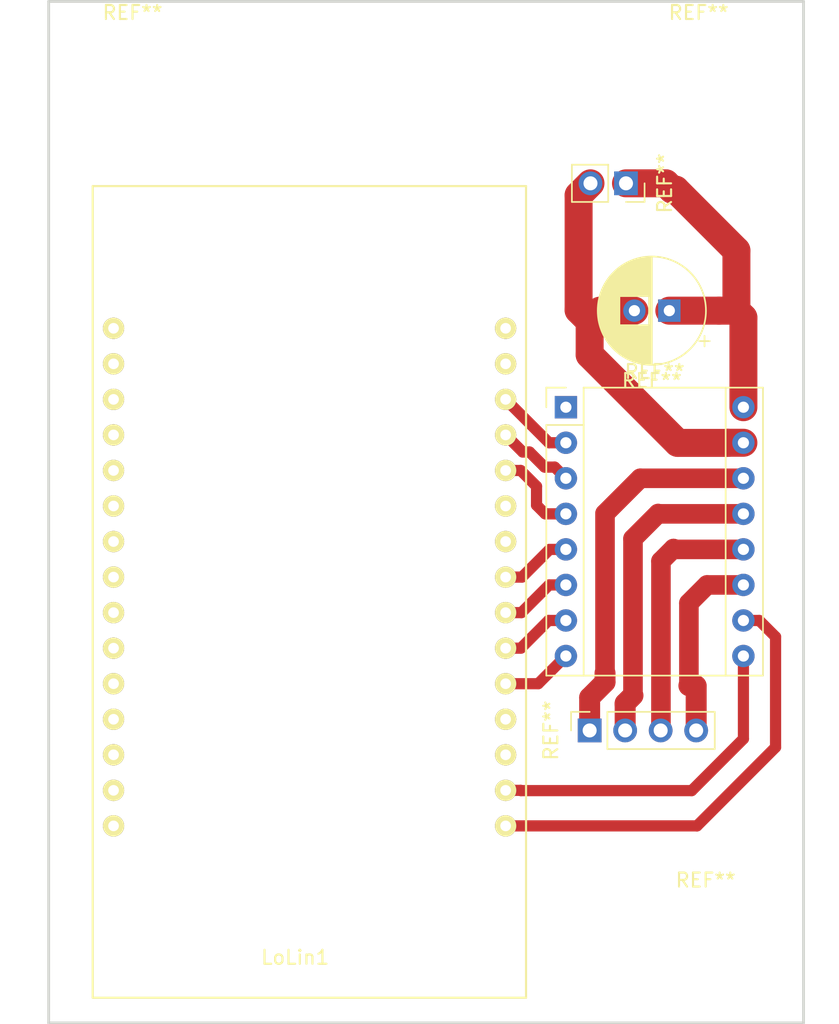
<source format=kicad_pcb>
(kicad_pcb (version 20171130) (host pcbnew "(5.0.2)-1")

  (general
    (thickness 1.6)
    (drawings 4)
    (tracks 75)
    (zones 0)
    (modules 8)
    (nets 1)
  )

  (page A4)
  (layers
    (0 F.Cu signal)
    (31 B.Cu signal hide)
    (32 B.Adhes user hide)
    (33 F.Adhes user hide)
    (34 B.Paste user hide)
    (35 F.Paste user hide)
    (36 B.SilkS user)
    (37 F.SilkS user)
    (38 B.Mask user)
    (39 F.Mask user)
    (40 Dwgs.User user)
    (41 Cmts.User user)
    (42 Eco1.User user)
    (43 Eco2.User user)
    (44 Edge.Cuts user)
    (45 Margin user)
    (46 B.CrtYd user)
    (47 F.CrtYd user)
    (48 B.Fab user)
    (49 F.Fab user)
  )

  (setup
    (last_trace_width 1.5)
    (trace_clearance 1)
    (zone_clearance 0.508)
    (zone_45_only no)
    (trace_min 0.2)
    (segment_width 0.2)
    (edge_width 0.2)
    (via_size 0.8)
    (via_drill 0.4)
    (via_min_size 0.4)
    (via_min_drill 0.3)
    (uvia_size 0.3)
    (uvia_drill 0.1)
    (uvias_allowed no)
    (uvia_min_size 0.2)
    (uvia_min_drill 0.1)
    (pcb_text_width 0.3)
    (pcb_text_size 1.5 1.5)
    (mod_edge_width 0.15)
    (mod_text_size 1 1)
    (mod_text_width 0.15)
    (pad_size 1.524 1.524)
    (pad_drill 0.762)
    (pad_to_mask_clearance 0.051)
    (solder_mask_min_width 0.25)
    (aux_axis_origin 0 0)
    (visible_elements 7FFFFFFF)
    (pcbplotparams
      (layerselection 0x010fc_ffffffff)
      (usegerberextensions false)
      (usegerberattributes false)
      (usegerberadvancedattributes false)
      (creategerberjobfile false)
      (excludeedgelayer true)
      (linewidth 0.100000)
      (plotframeref false)
      (viasonmask false)
      (mode 1)
      (useauxorigin false)
      (hpglpennumber 1)
      (hpglpenspeed 20)
      (hpglpendiameter 15.000000)
      (psnegative false)
      (psa4output false)
      (plotreference true)
      (plotvalue true)
      (plotinvisibletext false)
      (padsonsilk false)
      (subtractmaskfromsilk false)
      (outputformat 1)
      (mirror false)
      (drillshape 1)
      (scaleselection 1)
      (outputdirectory "./"))
  )

  (net 0 "")

  (net_class Default "Это класс цепей по умолчанию."
    (clearance 1)
    (trace_width 1.5)
    (via_dia 0.8)
    (via_drill 0.4)
    (uvia_dia 0.3)
    (uvia_drill 0.1)
  )

  (module Module:Pololu_Breakout-16_15.2x20.3mm (layer F.Cu) (tedit 58AB602C) (tstamp 5C9D459A)
    (at 143 68)
    (descr "Pololu Breakout 16-pin 15.2x20.3mm 0.6x0.8\\")
    (tags "Pololu Breakout")
    (fp_text reference REF** (at 6.35 -2.54) (layer F.SilkS)
      (effects (font (size 1 1) (thickness 0.15)))
    )
    (fp_text value Pololu_Breakout-16_15.2x20.3mm (at 6.35 20.17) (layer F.Fab)
      (effects (font (size 1 1) (thickness 0.15)))
    )
    (fp_line (start 14.21 19.3) (end -1.53 19.3) (layer F.CrtYd) (width 0.05))
    (fp_line (start 14.21 19.3) (end 14.21 -1.52) (layer F.CrtYd) (width 0.05))
    (fp_line (start -1.53 -1.52) (end -1.53 19.3) (layer F.CrtYd) (width 0.05))
    (fp_line (start -1.53 -1.52) (end 14.21 -1.52) (layer F.CrtYd) (width 0.05))
    (fp_line (start -1.27 19.05) (end -1.27 0) (layer F.Fab) (width 0.1))
    (fp_line (start 13.97 19.05) (end -1.27 19.05) (layer F.Fab) (width 0.1))
    (fp_line (start 13.97 -1.27) (end 13.97 19.05) (layer F.Fab) (width 0.1))
    (fp_line (start 0 -1.27) (end 13.97 -1.27) (layer F.Fab) (width 0.1))
    (fp_line (start -1.27 0) (end 0 -1.27) (layer F.Fab) (width 0.1))
    (fp_line (start 14.1 -1.4) (end 1.27 -1.4) (layer F.SilkS) (width 0.12))
    (fp_line (start 14.1 19.18) (end 14.1 -1.4) (layer F.SilkS) (width 0.12))
    (fp_line (start -1.4 19.18) (end 14.1 19.18) (layer F.SilkS) (width 0.12))
    (fp_line (start -1.4 1.27) (end -1.4 19.18) (layer F.SilkS) (width 0.12))
    (fp_line (start 1.27 1.27) (end -1.4 1.27) (layer F.SilkS) (width 0.12))
    (fp_line (start 1.27 -1.4) (end 1.27 1.27) (layer F.SilkS) (width 0.12))
    (fp_line (start -1.4 -1.4) (end -1.4 0) (layer F.SilkS) (width 0.12))
    (fp_line (start 0 -1.4) (end -1.4 -1.4) (layer F.SilkS) (width 0.12))
    (fp_line (start 1.27 1.27) (end 1.27 19.18) (layer F.SilkS) (width 0.12))
    (fp_line (start 11.43 -1.4) (end 11.43 19.18) (layer F.SilkS) (width 0.12))
    (fp_text user %R (at 6.35 0) (layer F.Fab)
      (effects (font (size 1 1) (thickness 0.15)))
    )
    (pad 16 thru_hole oval (at 12.7 0) (size 1.6 1.6) (drill 0.8) (layers *.Cu *.Mask))
    (pad 8 thru_hole oval (at 0 17.78) (size 1.6 1.6) (drill 0.8) (layers *.Cu *.Mask))
    (pad 15 thru_hole oval (at 12.7 2.54) (size 1.6 1.6) (drill 0.8) (layers *.Cu *.Mask))
    (pad 7 thru_hole oval (at 0 15.24) (size 1.6 1.6) (drill 0.8) (layers *.Cu *.Mask))
    (pad 14 thru_hole oval (at 12.7 5.08) (size 1.6 1.6) (drill 0.8) (layers *.Cu *.Mask))
    (pad 6 thru_hole oval (at 0 12.7) (size 1.6 1.6) (drill 0.8) (layers *.Cu *.Mask))
    (pad 13 thru_hole oval (at 12.7 7.62) (size 1.6 1.6) (drill 0.8) (layers *.Cu *.Mask))
    (pad 5 thru_hole oval (at 0 10.16) (size 1.6 1.6) (drill 0.8) (layers *.Cu *.Mask))
    (pad 12 thru_hole oval (at 12.7 10.16) (size 1.6 1.6) (drill 0.8) (layers *.Cu *.Mask))
    (pad 4 thru_hole oval (at 0 7.62) (size 1.6 1.6) (drill 0.8) (layers *.Cu *.Mask))
    (pad 11 thru_hole oval (at 12.7 12.7) (size 1.6 1.6) (drill 0.8) (layers *.Cu *.Mask))
    (pad 3 thru_hole oval (at 0 5.08) (size 1.6 1.6) (drill 0.8) (layers *.Cu *.Mask))
    (pad 10 thru_hole oval (at 12.7 15.24) (size 1.6 1.6) (drill 0.8) (layers *.Cu *.Mask))
    (pad 2 thru_hole oval (at 0 2.54) (size 1.6 1.6) (drill 0.8) (layers *.Cu *.Mask))
    (pad 9 thru_hole oval (at 12.7 17.78) (size 1.6 1.6) (drill 0.8) (layers *.Cu *.Mask))
    (pad 1 thru_hole rect (at 0 0) (size 1.6 1.6) (drill 0.8) (layers *.Cu *.Mask))
    (model ${KISYS3DMOD}/Module.3dshapes/Pololu_Breakout-16_15.2x20.3mm.wrl
      (at (xyz 0 0 0))
      (scale (xyz 1 1 1))
      (rotate (xyz 0 0 0))
    )
  )

  (module LoLin:LoLin (layer F.Cu) (tedit 573629A2) (tstamp 5C9D445F)
    (at 108.9 52.2)
    (fp_text reference LoLin1 (at 14.732 55.118) (layer F.SilkS)
      (effects (font (size 1 1) (thickness 0.15)))
    )
    (fp_text value LoLin_V3 (at 15.24 7.62) (layer F.Fab)
      (effects (font (size 1 1) (thickness 0.15)))
    )
    (fp_line (start 0.25 0) (end 31.25 0) (layer F.SilkS) (width 0.15))
    (fp_line (start 31.25 0) (end 31.25 58) (layer F.SilkS) (width 0.15))
    (fp_line (start 31.25 58) (end 0.25 58) (layer F.SilkS) (width 0.15))
    (fp_line (start 0.25 58) (end 0.25 0) (layer F.SilkS) (width 0.15))
    (pad 30 thru_hole circle (at 29.79 10.16) (size 1.524 1.524) (drill 0.762) (layers *.Cu *.Mask F.SilkS))
    (pad 29 thru_hole circle (at 29.79 12.7) (size 1.524 1.524) (drill 0.762) (layers *.Cu *.Mask F.SilkS))
    (pad 28 thru_hole circle (at 29.79 15.24) (size 1.524 1.524) (drill 0.762) (layers *.Cu *.Mask F.SilkS))
    (pad 27 thru_hole circle (at 29.79 17.78) (size 1.524 1.524) (drill 0.762) (layers *.Cu *.Mask F.SilkS))
    (pad 26 thru_hole circle (at 29.79 20.32) (size 1.524 1.524) (drill 0.762) (layers *.Cu *.Mask F.SilkS))
    (pad 25 thru_hole circle (at 29.79 22.86) (size 1.524 1.524) (drill 0.762) (layers *.Cu *.Mask F.SilkS))
    (pad 24 thru_hole circle (at 29.79 25.4) (size 1.524 1.524) (drill 0.762) (layers *.Cu *.Mask F.SilkS))
    (pad 23 thru_hole circle (at 29.79 27.94) (size 1.524 1.524) (drill 0.762) (layers *.Cu *.Mask F.SilkS))
    (pad 22 thru_hole circle (at 29.79 30.48) (size 1.524 1.524) (drill 0.762) (layers *.Cu *.Mask F.SilkS))
    (pad 21 thru_hole circle (at 29.79 33.02) (size 1.524 1.524) (drill 0.762) (layers *.Cu *.Mask F.SilkS))
    (pad 20 thru_hole circle (at 29.79 35.56) (size 1.524 1.524) (drill 0.762) (layers *.Cu *.Mask F.SilkS))
    (pad 19 thru_hole circle (at 29.79 38.1) (size 1.524 1.524) (drill 0.762) (layers *.Cu *.Mask F.SilkS))
    (pad 18 thru_hole circle (at 29.79 40.64) (size 1.524 1.524) (drill 0.762) (layers *.Cu *.Mask F.SilkS))
    (pad 17 thru_hole circle (at 29.79 43.18) (size 1.524 1.524) (drill 0.762) (layers *.Cu *.Mask F.SilkS))
    (pad 16 thru_hole circle (at 29.79 45.72) (size 1.524 1.524) (drill 0.762) (layers *.Cu *.Mask F.SilkS))
    (pad 15 thru_hole circle (at 1.74 45.72) (size 1.524 1.524) (drill 0.762) (layers *.Cu *.Mask F.SilkS))
    (pad 14 thru_hole circle (at 1.74 43.18) (size 1.524 1.524) (drill 0.762) (layers *.Cu *.Mask F.SilkS))
    (pad 13 thru_hole circle (at 1.74 40.64) (size 1.524 1.524) (drill 0.762) (layers *.Cu *.Mask F.SilkS))
    (pad 12 thru_hole circle (at 1.74 38.1) (size 1.524 1.524) (drill 0.762) (layers *.Cu *.Mask F.SilkS))
    (pad 11 thru_hole circle (at 1.74 35.56) (size 1.524 1.524) (drill 0.762) (layers *.Cu *.Mask F.SilkS))
    (pad 10 thru_hole circle (at 1.74 33.02) (size 1.524 1.524) (drill 0.762) (layers *.Cu *.Mask F.SilkS))
    (pad 9 thru_hole circle (at 1.74 30.48) (size 1.524 1.524) (drill 0.762) (layers *.Cu *.Mask F.SilkS))
    (pad 8 thru_hole circle (at 1.74 27.94) (size 1.524 1.524) (drill 0.762) (layers *.Cu *.Mask F.SilkS))
    (pad 7 thru_hole circle (at 1.74 25.4) (size 1.524 1.524) (drill 0.762) (layers *.Cu *.Mask F.SilkS))
    (pad 6 thru_hole circle (at 1.74 22.86) (size 1.524 1.524) (drill 0.762) (layers *.Cu *.Mask F.SilkS))
    (pad 5 thru_hole circle (at 1.74 20.32) (size 1.524 1.524) (drill 0.762) (layers *.Cu *.Mask F.SilkS))
    (pad 4 thru_hole circle (at 1.74 17.78) (size 1.524 1.524) (drill 0.762) (layers *.Cu *.Mask F.SilkS))
    (pad 3 thru_hole circle (at 1.74 15.24) (size 1.524 1.524) (drill 0.762) (layers *.Cu *.Mask F.SilkS))
    (pad 2 thru_hole circle (at 1.74 12.7) (size 1.524 1.524) (drill 0.762) (layers *.Cu *.Mask F.SilkS))
    (pad 1 thru_hole circle (at 1.74 10.16) (size 1.524 1.524) (drill 0.762) (layers *.Cu *.Mask F.SilkS))
  )

  (module Capacitor_THT:CP_Radial_D7.5mm_P2.50mm (layer F.Cu) (tedit 5AE50EF0) (tstamp 5CA29A45)
    (at 150.4 61.1 180)
    (descr "CP, Radial series, Radial, pin pitch=2.50mm, , diameter=7.5mm, Electrolytic Capacitor")
    (tags "CP Radial series Radial pin pitch 2.50mm  diameter 7.5mm Electrolytic Capacitor")
    (fp_text reference REF** (at 1.25 -5 180) (layer F.SilkS)
      (effects (font (size 1 1) (thickness 0.15)))
    )
    (fp_text value CP_Radial_D7.5mm_P2.50mm (at 1.25 5 180) (layer F.Fab)
      (effects (font (size 1 1) (thickness 0.15)))
    )
    (fp_text user %R (at 1.25 0 180) (layer F.Fab)
      (effects (font (size 1 1) (thickness 0.15)))
    )
    (fp_line (start -2.517211 -2.55) (end -2.517211 -1.8) (layer F.SilkS) (width 0.12))
    (fp_line (start -2.892211 -2.175) (end -2.142211 -2.175) (layer F.SilkS) (width 0.12))
    (fp_line (start 5.091 -0.441) (end 5.091 0.441) (layer F.SilkS) (width 0.12))
    (fp_line (start 5.051 -0.693) (end 5.051 0.693) (layer F.SilkS) (width 0.12))
    (fp_line (start 5.011 -0.877) (end 5.011 0.877) (layer F.SilkS) (width 0.12))
    (fp_line (start 4.971 -1.028) (end 4.971 1.028) (layer F.SilkS) (width 0.12))
    (fp_line (start 4.931 -1.158) (end 4.931 1.158) (layer F.SilkS) (width 0.12))
    (fp_line (start 4.891 -1.275) (end 4.891 1.275) (layer F.SilkS) (width 0.12))
    (fp_line (start 4.851 -1.381) (end 4.851 1.381) (layer F.SilkS) (width 0.12))
    (fp_line (start 4.811 -1.478) (end 4.811 1.478) (layer F.SilkS) (width 0.12))
    (fp_line (start 4.771 -1.569) (end 4.771 1.569) (layer F.SilkS) (width 0.12))
    (fp_line (start 4.731 -1.654) (end 4.731 1.654) (layer F.SilkS) (width 0.12))
    (fp_line (start 4.691 -1.733) (end 4.691 1.733) (layer F.SilkS) (width 0.12))
    (fp_line (start 4.651 -1.809) (end 4.651 1.809) (layer F.SilkS) (width 0.12))
    (fp_line (start 4.611 -1.881) (end 4.611 1.881) (layer F.SilkS) (width 0.12))
    (fp_line (start 4.571 -1.949) (end 4.571 1.949) (layer F.SilkS) (width 0.12))
    (fp_line (start 4.531 -2.014) (end 4.531 2.014) (layer F.SilkS) (width 0.12))
    (fp_line (start 4.491 -2.077) (end 4.491 2.077) (layer F.SilkS) (width 0.12))
    (fp_line (start 4.451 -2.137) (end 4.451 2.137) (layer F.SilkS) (width 0.12))
    (fp_line (start 4.411 -2.195) (end 4.411 2.195) (layer F.SilkS) (width 0.12))
    (fp_line (start 4.371 -2.25) (end 4.371 2.25) (layer F.SilkS) (width 0.12))
    (fp_line (start 4.331 -2.304) (end 4.331 2.304) (layer F.SilkS) (width 0.12))
    (fp_line (start 4.291 -2.355) (end 4.291 2.355) (layer F.SilkS) (width 0.12))
    (fp_line (start 4.251 -2.405) (end 4.251 2.405) (layer F.SilkS) (width 0.12))
    (fp_line (start 4.211 -2.454) (end 4.211 2.454) (layer F.SilkS) (width 0.12))
    (fp_line (start 4.171 -2.5) (end 4.171 2.5) (layer F.SilkS) (width 0.12))
    (fp_line (start 4.131 -2.546) (end 4.131 2.546) (layer F.SilkS) (width 0.12))
    (fp_line (start 4.091 -2.589) (end 4.091 2.589) (layer F.SilkS) (width 0.12))
    (fp_line (start 4.051 -2.632) (end 4.051 2.632) (layer F.SilkS) (width 0.12))
    (fp_line (start 4.011 -2.673) (end 4.011 2.673) (layer F.SilkS) (width 0.12))
    (fp_line (start 3.971 -2.713) (end 3.971 2.713) (layer F.SilkS) (width 0.12))
    (fp_line (start 3.931 -2.752) (end 3.931 2.752) (layer F.SilkS) (width 0.12))
    (fp_line (start 3.891 -2.79) (end 3.891 2.79) (layer F.SilkS) (width 0.12))
    (fp_line (start 3.851 -2.827) (end 3.851 2.827) (layer F.SilkS) (width 0.12))
    (fp_line (start 3.811 -2.863) (end 3.811 2.863) (layer F.SilkS) (width 0.12))
    (fp_line (start 3.771 -2.898) (end 3.771 2.898) (layer F.SilkS) (width 0.12))
    (fp_line (start 3.731 -2.931) (end 3.731 2.931) (layer F.SilkS) (width 0.12))
    (fp_line (start 3.691 -2.964) (end 3.691 2.964) (layer F.SilkS) (width 0.12))
    (fp_line (start 3.651 -2.996) (end 3.651 2.996) (layer F.SilkS) (width 0.12))
    (fp_line (start 3.611 -3.028) (end 3.611 3.028) (layer F.SilkS) (width 0.12))
    (fp_line (start 3.571 -3.058) (end 3.571 3.058) (layer F.SilkS) (width 0.12))
    (fp_line (start 3.531 1.04) (end 3.531 3.088) (layer F.SilkS) (width 0.12))
    (fp_line (start 3.531 -3.088) (end 3.531 -1.04) (layer F.SilkS) (width 0.12))
    (fp_line (start 3.491 1.04) (end 3.491 3.116) (layer F.SilkS) (width 0.12))
    (fp_line (start 3.491 -3.116) (end 3.491 -1.04) (layer F.SilkS) (width 0.12))
    (fp_line (start 3.451 1.04) (end 3.451 3.144) (layer F.SilkS) (width 0.12))
    (fp_line (start 3.451 -3.144) (end 3.451 -1.04) (layer F.SilkS) (width 0.12))
    (fp_line (start 3.411 1.04) (end 3.411 3.172) (layer F.SilkS) (width 0.12))
    (fp_line (start 3.411 -3.172) (end 3.411 -1.04) (layer F.SilkS) (width 0.12))
    (fp_line (start 3.371 1.04) (end 3.371 3.198) (layer F.SilkS) (width 0.12))
    (fp_line (start 3.371 -3.198) (end 3.371 -1.04) (layer F.SilkS) (width 0.12))
    (fp_line (start 3.331 1.04) (end 3.331 3.224) (layer F.SilkS) (width 0.12))
    (fp_line (start 3.331 -3.224) (end 3.331 -1.04) (layer F.SilkS) (width 0.12))
    (fp_line (start 3.291 1.04) (end 3.291 3.249) (layer F.SilkS) (width 0.12))
    (fp_line (start 3.291 -3.249) (end 3.291 -1.04) (layer F.SilkS) (width 0.12))
    (fp_line (start 3.251 1.04) (end 3.251 3.274) (layer F.SilkS) (width 0.12))
    (fp_line (start 3.251 -3.274) (end 3.251 -1.04) (layer F.SilkS) (width 0.12))
    (fp_line (start 3.211 1.04) (end 3.211 3.297) (layer F.SilkS) (width 0.12))
    (fp_line (start 3.211 -3.297) (end 3.211 -1.04) (layer F.SilkS) (width 0.12))
    (fp_line (start 3.171 1.04) (end 3.171 3.321) (layer F.SilkS) (width 0.12))
    (fp_line (start 3.171 -3.321) (end 3.171 -1.04) (layer F.SilkS) (width 0.12))
    (fp_line (start 3.131 1.04) (end 3.131 3.343) (layer F.SilkS) (width 0.12))
    (fp_line (start 3.131 -3.343) (end 3.131 -1.04) (layer F.SilkS) (width 0.12))
    (fp_line (start 3.091 1.04) (end 3.091 3.365) (layer F.SilkS) (width 0.12))
    (fp_line (start 3.091 -3.365) (end 3.091 -1.04) (layer F.SilkS) (width 0.12))
    (fp_line (start 3.051 1.04) (end 3.051 3.386) (layer F.SilkS) (width 0.12))
    (fp_line (start 3.051 -3.386) (end 3.051 -1.04) (layer F.SilkS) (width 0.12))
    (fp_line (start 3.011 1.04) (end 3.011 3.407) (layer F.SilkS) (width 0.12))
    (fp_line (start 3.011 -3.407) (end 3.011 -1.04) (layer F.SilkS) (width 0.12))
    (fp_line (start 2.971 1.04) (end 2.971 3.427) (layer F.SilkS) (width 0.12))
    (fp_line (start 2.971 -3.427) (end 2.971 -1.04) (layer F.SilkS) (width 0.12))
    (fp_line (start 2.931 1.04) (end 2.931 3.447) (layer F.SilkS) (width 0.12))
    (fp_line (start 2.931 -3.447) (end 2.931 -1.04) (layer F.SilkS) (width 0.12))
    (fp_line (start 2.891 1.04) (end 2.891 3.466) (layer F.SilkS) (width 0.12))
    (fp_line (start 2.891 -3.466) (end 2.891 -1.04) (layer F.SilkS) (width 0.12))
    (fp_line (start 2.851 1.04) (end 2.851 3.484) (layer F.SilkS) (width 0.12))
    (fp_line (start 2.851 -3.484) (end 2.851 -1.04) (layer F.SilkS) (width 0.12))
    (fp_line (start 2.811 1.04) (end 2.811 3.502) (layer F.SilkS) (width 0.12))
    (fp_line (start 2.811 -3.502) (end 2.811 -1.04) (layer F.SilkS) (width 0.12))
    (fp_line (start 2.771 1.04) (end 2.771 3.52) (layer F.SilkS) (width 0.12))
    (fp_line (start 2.771 -3.52) (end 2.771 -1.04) (layer F.SilkS) (width 0.12))
    (fp_line (start 2.731 1.04) (end 2.731 3.536) (layer F.SilkS) (width 0.12))
    (fp_line (start 2.731 -3.536) (end 2.731 -1.04) (layer F.SilkS) (width 0.12))
    (fp_line (start 2.691 1.04) (end 2.691 3.553) (layer F.SilkS) (width 0.12))
    (fp_line (start 2.691 -3.553) (end 2.691 -1.04) (layer F.SilkS) (width 0.12))
    (fp_line (start 2.651 1.04) (end 2.651 3.568) (layer F.SilkS) (width 0.12))
    (fp_line (start 2.651 -3.568) (end 2.651 -1.04) (layer F.SilkS) (width 0.12))
    (fp_line (start 2.611 1.04) (end 2.611 3.584) (layer F.SilkS) (width 0.12))
    (fp_line (start 2.611 -3.584) (end 2.611 -1.04) (layer F.SilkS) (width 0.12))
    (fp_line (start 2.571 1.04) (end 2.571 3.598) (layer F.SilkS) (width 0.12))
    (fp_line (start 2.571 -3.598) (end 2.571 -1.04) (layer F.SilkS) (width 0.12))
    (fp_line (start 2.531 1.04) (end 2.531 3.613) (layer F.SilkS) (width 0.12))
    (fp_line (start 2.531 -3.613) (end 2.531 -1.04) (layer F.SilkS) (width 0.12))
    (fp_line (start 2.491 1.04) (end 2.491 3.626) (layer F.SilkS) (width 0.12))
    (fp_line (start 2.491 -3.626) (end 2.491 -1.04) (layer F.SilkS) (width 0.12))
    (fp_line (start 2.451 1.04) (end 2.451 3.64) (layer F.SilkS) (width 0.12))
    (fp_line (start 2.451 -3.64) (end 2.451 -1.04) (layer F.SilkS) (width 0.12))
    (fp_line (start 2.411 1.04) (end 2.411 3.653) (layer F.SilkS) (width 0.12))
    (fp_line (start 2.411 -3.653) (end 2.411 -1.04) (layer F.SilkS) (width 0.12))
    (fp_line (start 2.371 1.04) (end 2.371 3.665) (layer F.SilkS) (width 0.12))
    (fp_line (start 2.371 -3.665) (end 2.371 -1.04) (layer F.SilkS) (width 0.12))
    (fp_line (start 2.331 1.04) (end 2.331 3.677) (layer F.SilkS) (width 0.12))
    (fp_line (start 2.331 -3.677) (end 2.331 -1.04) (layer F.SilkS) (width 0.12))
    (fp_line (start 2.291 1.04) (end 2.291 3.688) (layer F.SilkS) (width 0.12))
    (fp_line (start 2.291 -3.688) (end 2.291 -1.04) (layer F.SilkS) (width 0.12))
    (fp_line (start 2.251 1.04) (end 2.251 3.699) (layer F.SilkS) (width 0.12))
    (fp_line (start 2.251 -3.699) (end 2.251 -1.04) (layer F.SilkS) (width 0.12))
    (fp_line (start 2.211 1.04) (end 2.211 3.71) (layer F.SilkS) (width 0.12))
    (fp_line (start 2.211 -3.71) (end 2.211 -1.04) (layer F.SilkS) (width 0.12))
    (fp_line (start 2.171 1.04) (end 2.171 3.72) (layer F.SilkS) (width 0.12))
    (fp_line (start 2.171 -3.72) (end 2.171 -1.04) (layer F.SilkS) (width 0.12))
    (fp_line (start 2.131 1.04) (end 2.131 3.729) (layer F.SilkS) (width 0.12))
    (fp_line (start 2.131 -3.729) (end 2.131 -1.04) (layer F.SilkS) (width 0.12))
    (fp_line (start 2.091 1.04) (end 2.091 3.738) (layer F.SilkS) (width 0.12))
    (fp_line (start 2.091 -3.738) (end 2.091 -1.04) (layer F.SilkS) (width 0.12))
    (fp_line (start 2.051 1.04) (end 2.051 3.747) (layer F.SilkS) (width 0.12))
    (fp_line (start 2.051 -3.747) (end 2.051 -1.04) (layer F.SilkS) (width 0.12))
    (fp_line (start 2.011 1.04) (end 2.011 3.755) (layer F.SilkS) (width 0.12))
    (fp_line (start 2.011 -3.755) (end 2.011 -1.04) (layer F.SilkS) (width 0.12))
    (fp_line (start 1.971 1.04) (end 1.971 3.763) (layer F.SilkS) (width 0.12))
    (fp_line (start 1.971 -3.763) (end 1.971 -1.04) (layer F.SilkS) (width 0.12))
    (fp_line (start 1.93 1.04) (end 1.93 3.77) (layer F.SilkS) (width 0.12))
    (fp_line (start 1.93 -3.77) (end 1.93 -1.04) (layer F.SilkS) (width 0.12))
    (fp_line (start 1.89 1.04) (end 1.89 3.777) (layer F.SilkS) (width 0.12))
    (fp_line (start 1.89 -3.777) (end 1.89 -1.04) (layer F.SilkS) (width 0.12))
    (fp_line (start 1.85 1.04) (end 1.85 3.784) (layer F.SilkS) (width 0.12))
    (fp_line (start 1.85 -3.784) (end 1.85 -1.04) (layer F.SilkS) (width 0.12))
    (fp_line (start 1.81 1.04) (end 1.81 3.79) (layer F.SilkS) (width 0.12))
    (fp_line (start 1.81 -3.79) (end 1.81 -1.04) (layer F.SilkS) (width 0.12))
    (fp_line (start 1.77 1.04) (end 1.77 3.795) (layer F.SilkS) (width 0.12))
    (fp_line (start 1.77 -3.795) (end 1.77 -1.04) (layer F.SilkS) (width 0.12))
    (fp_line (start 1.73 1.04) (end 1.73 3.801) (layer F.SilkS) (width 0.12))
    (fp_line (start 1.73 -3.801) (end 1.73 -1.04) (layer F.SilkS) (width 0.12))
    (fp_line (start 1.69 1.04) (end 1.69 3.805) (layer F.SilkS) (width 0.12))
    (fp_line (start 1.69 -3.805) (end 1.69 -1.04) (layer F.SilkS) (width 0.12))
    (fp_line (start 1.65 1.04) (end 1.65 3.81) (layer F.SilkS) (width 0.12))
    (fp_line (start 1.65 -3.81) (end 1.65 -1.04) (layer F.SilkS) (width 0.12))
    (fp_line (start 1.61 1.04) (end 1.61 3.814) (layer F.SilkS) (width 0.12))
    (fp_line (start 1.61 -3.814) (end 1.61 -1.04) (layer F.SilkS) (width 0.12))
    (fp_line (start 1.57 1.04) (end 1.57 3.817) (layer F.SilkS) (width 0.12))
    (fp_line (start 1.57 -3.817) (end 1.57 -1.04) (layer F.SilkS) (width 0.12))
    (fp_line (start 1.53 1.04) (end 1.53 3.82) (layer F.SilkS) (width 0.12))
    (fp_line (start 1.53 -3.82) (end 1.53 -1.04) (layer F.SilkS) (width 0.12))
    (fp_line (start 1.49 1.04) (end 1.49 3.823) (layer F.SilkS) (width 0.12))
    (fp_line (start 1.49 -3.823) (end 1.49 -1.04) (layer F.SilkS) (width 0.12))
    (fp_line (start 1.45 -3.825) (end 1.45 3.825) (layer F.SilkS) (width 0.12))
    (fp_line (start 1.41 -3.827) (end 1.41 3.827) (layer F.SilkS) (width 0.12))
    (fp_line (start 1.37 -3.829) (end 1.37 3.829) (layer F.SilkS) (width 0.12))
    (fp_line (start 1.33 -3.83) (end 1.33 3.83) (layer F.SilkS) (width 0.12))
    (fp_line (start 1.29 -3.83) (end 1.29 3.83) (layer F.SilkS) (width 0.12))
    (fp_line (start 1.25 -3.83) (end 1.25 3.83) (layer F.SilkS) (width 0.12))
    (fp_line (start -1.586233 -2.0125) (end -1.586233 -1.2625) (layer F.Fab) (width 0.1))
    (fp_line (start -1.961233 -1.6375) (end -1.211233 -1.6375) (layer F.Fab) (width 0.1))
    (fp_circle (center 1.25 0) (end 5.25 0) (layer F.CrtYd) (width 0.05))
    (fp_circle (center 1.25 0) (end 5.12 0) (layer F.SilkS) (width 0.12))
    (fp_circle (center 1.25 0) (end 5 0) (layer F.Fab) (width 0.1))
    (pad 2 thru_hole circle (at 2.5 0 180) (size 1.6 1.6) (drill 0.8) (layers *.Cu *.Mask))
    (pad 1 thru_hole rect (at 0 0 180) (size 1.6 1.6) (drill 0.8) (layers *.Cu *.Mask))
    (model ${KISYS3DMOD}/Capacitor_THT.3dshapes/CP_Radial_D7.5mm_P2.50mm.wrl
      (at (xyz 0 0 0))
      (scale (xyz 1 1 1))
      (rotate (xyz 0 0 0))
    )
  )

  (module MountingHole:MountingHole_3.2mm_M3 (layer F.Cu) (tedit 56D1B4CB) (tstamp 5CA67D90)
    (at 112 44)
    (descr "Mounting Hole 3.2mm, no annular, M3")
    (tags "mounting hole 3.2mm no annular m3")
    (attr virtual)
    (fp_text reference REF** (at 0 -4.2) (layer F.SilkS)
      (effects (font (size 1 1) (thickness 0.15)))
    )
    (fp_text value MountingHole_3.2mm_M3 (at 0 4.2) (layer F.Fab)
      (effects (font (size 1 1) (thickness 0.15)))
    )
    (fp_circle (center 0 0) (end 3.45 0) (layer F.CrtYd) (width 0.05))
    (fp_circle (center 0 0) (end 3.2 0) (layer Cmts.User) (width 0.15))
    (fp_text user %R (at 0.3 0) (layer F.Fab)
      (effects (font (size 1 1) (thickness 0.15)))
    )
    (pad 1 np_thru_hole circle (at 0 0) (size 3.2 3.2) (drill 3.2) (layers *.Cu *.Mask))
  )

  (module MountingHole:MountingHole_3.2mm_M3 (layer F.Cu) (tedit 56D1B4CB) (tstamp 5CA67E9C)
    (at 153 106)
    (descr "Mounting Hole 3.2mm, no annular, M3")
    (tags "mounting hole 3.2mm no annular m3")
    (attr virtual)
    (fp_text reference REF** (at 0 -4.2) (layer F.SilkS)
      (effects (font (size 1 1) (thickness 0.15)))
    )
    (fp_text value MountingHole_3.2mm_M3 (at 0 4.2) (layer F.Fab)
      (effects (font (size 1 1) (thickness 0.15)))
    )
    (fp_circle (center 0 0) (end 3.45 0) (layer F.CrtYd) (width 0.05))
    (fp_circle (center 0 0) (end 3.2 0) (layer Cmts.User) (width 0.15))
    (fp_text user %R (at 0.3 0) (layer F.Fab)
      (effects (font (size 1 1) (thickness 0.15)))
    )
    (pad 1 np_thru_hole circle (at 0 0) (size 3.2 3.2) (drill 3.2) (layers *.Cu *.Mask))
  )

  (module MountingHole:MountingHole_3.2mm_M3 (layer F.Cu) (tedit 56D1B4CB) (tstamp 5CA67EF7)
    (at 152.5 44)
    (descr "Mounting Hole 3.2mm, no annular, M3")
    (tags "mounting hole 3.2mm no annular m3")
    (attr virtual)
    (fp_text reference REF** (at 0 -4.2) (layer F.SilkS)
      (effects (font (size 1 1) (thickness 0.15)))
    )
    (fp_text value MountingHole_3.2mm_M3 (at 0 4.2) (layer F.Fab)
      (effects (font (size 1 1) (thickness 0.15)))
    )
    (fp_circle (center 0 0) (end 3.45 0) (layer F.CrtYd) (width 0.05))
    (fp_circle (center 0 0) (end 3.2 0) (layer Cmts.User) (width 0.15))
    (fp_text user %R (at 0.3 0) (layer F.Fab)
      (effects (font (size 1 1) (thickness 0.15)))
    )
    (pad 1 np_thru_hole circle (at 0 0) (size 3.2 3.2) (drill 3.2) (layers *.Cu *.Mask))
  )

  (module Connector_PinSocket_2.54mm:PinSocket_1x02_P2.54mm_Vertical (layer F.Cu) (tedit 5A19A420) (tstamp 5CA933B4)
    (at 147.3 52 270)
    (descr "Through hole straight socket strip, 1x02, 2.54mm pitch, single row (from Kicad 4.0.7), script generated")
    (tags "Through hole socket strip THT 1x02 2.54mm single row")
    (fp_text reference REF** (at 0 -2.77 270) (layer F.SilkS)
      (effects (font (size 1 1) (thickness 0.15)))
    )
    (fp_text value PinSocket_1x02_P2.54mm_Vertical (at 0 5.31 270) (layer F.Fab)
      (effects (font (size 1 1) (thickness 0.15)))
    )
    (fp_text user %R (at 0 1.27) (layer F.Fab)
      (effects (font (size 1 1) (thickness 0.15)))
    )
    (fp_line (start -1.8 4.3) (end -1.8 -1.8) (layer F.CrtYd) (width 0.05))
    (fp_line (start 1.75 4.3) (end -1.8 4.3) (layer F.CrtYd) (width 0.05))
    (fp_line (start 1.75 -1.8) (end 1.75 4.3) (layer F.CrtYd) (width 0.05))
    (fp_line (start -1.8 -1.8) (end 1.75 -1.8) (layer F.CrtYd) (width 0.05))
    (fp_line (start 0 -1.33) (end 1.33 -1.33) (layer F.SilkS) (width 0.12))
    (fp_line (start 1.33 -1.33) (end 1.33 0) (layer F.SilkS) (width 0.12))
    (fp_line (start 1.33 1.27) (end 1.33 3.87) (layer F.SilkS) (width 0.12))
    (fp_line (start -1.33 3.87) (end 1.33 3.87) (layer F.SilkS) (width 0.12))
    (fp_line (start -1.33 1.27) (end -1.33 3.87) (layer F.SilkS) (width 0.12))
    (fp_line (start -1.33 1.27) (end 1.33 1.27) (layer F.SilkS) (width 0.12))
    (fp_line (start -1.27 3.81) (end -1.27 -1.27) (layer F.Fab) (width 0.1))
    (fp_line (start 1.27 3.81) (end -1.27 3.81) (layer F.Fab) (width 0.1))
    (fp_line (start 1.27 -0.635) (end 1.27 3.81) (layer F.Fab) (width 0.1))
    (fp_line (start 0.635 -1.27) (end 1.27 -0.635) (layer F.Fab) (width 0.1))
    (fp_line (start -1.27 -1.27) (end 0.635 -1.27) (layer F.Fab) (width 0.1))
    (pad 2 thru_hole oval (at 0 2.54 270) (size 1.7 1.7) (drill 1) (layers *.Cu *.Mask))
    (pad 1 thru_hole rect (at 0 0 270) (size 1.7 1.7) (drill 1) (layers *.Cu *.Mask))
    (model ${KISYS3DMOD}/Connector_PinSocket_2.54mm.3dshapes/PinSocket_1x02_P2.54mm_Vertical.wrl
      (at (xyz 0 0 0))
      (scale (xyz 1 1 1))
      (rotate (xyz 0 0 0))
    )
  )

  (module Connector_PinSocket_2.54mm:PinSocket_1x04_P2.54mm_Vertical (layer F.Cu) (tedit 5A19A429) (tstamp 5CA93609)
    (at 144.7 91.1 90)
    (descr "Through hole straight socket strip, 1x04, 2.54mm pitch, single row (from Kicad 4.0.7), script generated")
    (tags "Through hole socket strip THT 1x04 2.54mm single row")
    (fp_text reference REF** (at 0 -2.77 90) (layer F.SilkS)
      (effects (font (size 1 1) (thickness 0.15)))
    )
    (fp_text value PinSocket_1x04_P2.54mm_Vertical (at 0 10.39 90) (layer F.Fab)
      (effects (font (size 1 1) (thickness 0.15)))
    )
    (fp_text user %R (at 0 3.81 180) (layer F.Fab)
      (effects (font (size 1 1) (thickness 0.15)))
    )
    (fp_line (start -1.8 9.4) (end -1.8 -1.8) (layer F.CrtYd) (width 0.05))
    (fp_line (start 1.75 9.4) (end -1.8 9.4) (layer F.CrtYd) (width 0.05))
    (fp_line (start 1.75 -1.8) (end 1.75 9.4) (layer F.CrtYd) (width 0.05))
    (fp_line (start -1.8 -1.8) (end 1.75 -1.8) (layer F.CrtYd) (width 0.05))
    (fp_line (start 0 -1.33) (end 1.33 -1.33) (layer F.SilkS) (width 0.12))
    (fp_line (start 1.33 -1.33) (end 1.33 0) (layer F.SilkS) (width 0.12))
    (fp_line (start 1.33 1.27) (end 1.33 8.95) (layer F.SilkS) (width 0.12))
    (fp_line (start -1.33 8.95) (end 1.33 8.95) (layer F.SilkS) (width 0.12))
    (fp_line (start -1.33 1.27) (end -1.33 8.95) (layer F.SilkS) (width 0.12))
    (fp_line (start -1.33 1.27) (end 1.33 1.27) (layer F.SilkS) (width 0.12))
    (fp_line (start -1.27 8.89) (end -1.27 -1.27) (layer F.Fab) (width 0.1))
    (fp_line (start 1.27 8.89) (end -1.27 8.89) (layer F.Fab) (width 0.1))
    (fp_line (start 1.27 -0.635) (end 1.27 8.89) (layer F.Fab) (width 0.1))
    (fp_line (start 0.635 -1.27) (end 1.27 -0.635) (layer F.Fab) (width 0.1))
    (fp_line (start -1.27 -1.27) (end 0.635 -1.27) (layer F.Fab) (width 0.1))
    (pad 4 thru_hole oval (at 0 7.62 90) (size 1.7 1.7) (drill 1) (layers *.Cu *.Mask))
    (pad 3 thru_hole oval (at 0 5.08 90) (size 1.7 1.7) (drill 1) (layers *.Cu *.Mask))
    (pad 2 thru_hole oval (at 0 2.54 90) (size 1.7 1.7) (drill 1) (layers *.Cu *.Mask))
    (pad 1 thru_hole rect (at 0 0 90) (size 1.7 1.7) (drill 1) (layers *.Cu *.Mask))
    (model ${KISYS3DMOD}/Connector_PinSocket_2.54mm.3dshapes/PinSocket_1x04_P2.54mm_Vertical.wrl
      (at (xyz 0 0 0))
      (scale (xyz 1 1 1))
      (rotate (xyz 0 0 0))
    )
  )

  (gr_line (start 106 39) (end 106 112) (layer Edge.Cuts) (width 0.2))
  (gr_line (start 160 39) (end 106 39) (layer Edge.Cuts) (width 0.2))
  (gr_line (start 160 112) (end 160 39) (layer Edge.Cuts) (width 0.2))
  (gr_line (start 106 112) (end 160 112) (layer Edge.Cuts) (width 0.2))

  (segment (start 141.02 87.76) (end 143 85.78) (width 0.8) (layer F.Cu) (net 0))
  (segment (start 138.69 87.76) (end 141.02 87.76) (width 0.8) (layer F.Cu) (net 0))
  (segment (start 138.69 85.22) (end 139.78 85.22) (width 0.8) (layer F.Cu) (net 0))
  (segment (start 141.76 83.24) (end 143 83.24) (width 0.8) (layer F.Cu) (net 0))
  (segment (start 139.78 85.22) (end 141.76 83.24) (width 0.8) (layer F.Cu) (net 0))
  (segment (start 143 78.16) (end 141.84 78.16) (width 0.8) (layer F.Cu) (net 0))
  (segment (start 139.86 80.14) (end 138.69 80.14) (width 0.8) (layer F.Cu) (net 0))
  (segment (start 141.84 78.16) (end 139.86 80.14) (width 0.8) (layer F.Cu) (net 0))
  (segment (start 138.69 82.68) (end 139.82 82.68) (width 0.8) (layer F.Cu) (net 0))
  (segment (start 141.8 80.7) (end 143 80.7) (width 0.8) (layer F.Cu) (net 0))
  (segment (start 139.82 82.68) (end 141.8 80.7) (width 0.8) (layer F.Cu) (net 0))
  (segment (start 139.76763 72.52) (end 140.9 73.65237) (width 0.8) (layer F.Cu) (net 0))
  (segment (start 138.69 72.52) (end 139.76763 72.52) (width 0.8) (layer F.Cu) (net 0))
  (segment (start 140.9 73.65237) (end 140.9 75) (width 0.8) (layer F.Cu) (net 0))
  (segment (start 141.52 75.62) (end 143 75.62) (width 0.8) (layer F.Cu) (net 0))
  (segment (start 140.9 75) (end 141.52 75.62) (width 0.8) (layer F.Cu) (net 0))
  (segment (start 142.200001 72.280001) (end 141.480001 72.280001) (width 0.8) (layer F.Cu) (net 0))
  (segment (start 143 73.08) (end 142.200001 72.280001) (width 0.8) (layer F.Cu) (net 0))
  (segment (start 141.480001 72.280001) (end 140.4 71.2) (width 0.8) (layer F.Cu) (net 0))
  (segment (start 139.91 71.2) (end 138.69 69.98) (width 0.8) (layer F.Cu) (net 0))
  (segment (start 140.4 71.2) (end 139.91 71.2) (width 0.8) (layer F.Cu) (net 0))
  (segment (start 141.79 70.54) (end 138.69 67.44) (width 0.8) (layer F.Cu) (net 0))
  (segment (start 143 70.54) (end 141.79 70.54) (width 0.8) (layer F.Cu) (net 0))
  (segment (start 148.32 73.08) (end 155.7 73.08) (width 1.4) (layer F.Cu) (net 0))
  (segment (start 145.8 75.6) (end 148.32 73.08) (width 1.4) (layer F.Cu) (net 0))
  (segment (start 149.62 75.62) (end 155.7 75.62) (width 1.4) (layer F.Cu) (net 0))
  (segment (start 149.6 75.6) (end 149.62 75.62) (width 1.4) (layer F.Cu) (net 0))
  (segment (start 147.8 77.4) (end 149.6 75.6) (width 1.4) (layer F.Cu) (net 0))
  (segment (start 150.76 78.16) (end 155.7 78.16) (width 1.4) (layer F.Cu) (net 0))
  (segment (start 150.7 78.1) (end 150.76 78.16) (width 1.4) (layer F.Cu) (net 0))
  (segment (start 149.8 91.1) (end 149.8 79) (width 1.4) (layer F.Cu) (net 0))
  (segment (start 149.8 79) (end 150.7 78.1) (width 1.4) (layer F.Cu) (net 0))
  (segment (start 153.1 80.7) (end 155.7 80.7) (width 1.4) (layer F.Cu) (net 0))
  (segment (start 151.8 82) (end 153.1 80.7) (width 1.4) (layer F.Cu) (net 0))
  (segment (start 156.83137 83.24) (end 155.7 83.24) (width 0.8) (layer F.Cu) (net 0))
  (segment (start 158 84.40863) (end 156.83137 83.24) (width 0.8) (layer F.Cu) (net 0))
  (segment (start 158 92.3) (end 158 84.40863) (width 0.8) (layer F.Cu) (net 0))
  (segment (start 138.69 97.92) (end 152.38 97.92) (width 0.8) (layer F.Cu) (net 0))
  (segment (start 152.38 97.92) (end 158 92.3) (width 0.8) (layer F.Cu) (net 0))
  (segment (start 139.76763 95.38) (end 139.78763 95.4) (width 0.8) (layer F.Cu) (net 0))
  (segment (start 138.69 95.38) (end 139.76763 95.38) (width 0.8) (layer F.Cu) (net 0))
  (segment (start 139.78763 95.4) (end 152 95.4) (width 0.8) (layer F.Cu) (net 0))
  (segment (start 152 95.4) (end 155.7 91.7) (width 0.8) (layer F.Cu) (net 0))
  (segment (start 155.7 91.7) (end 155.7 85.78) (width 0.8) (layer F.Cu) (net 0))
  (segment (start 155.7 68) (end 155.7 61.6) (width 2) (layer F.Cu) (net 0))
  (segment (start 154.56863 70.54) (end 154.55863 70.55) (width 2) (layer F.Cu) (net 0))
  (segment (start 155.7 70.54) (end 154.56863 70.54) (width 2) (layer F.Cu) (net 0))
  (segment (start 154.55863 70.55) (end 151 70.55) (width 2) (layer F.Cu) (net 0))
  (segment (start 151 70.55) (end 144.7 64.25) (width 2) (layer F.Cu) (net 0))
  (segment (start 155.7 61.6) (end 155.2 61.1) (width 2) (layer F.Cu) (net 0))
  (segment (start 144.7 64.25) (end 144.7 61.85) (width 2) (layer F.Cu) (net 0))
  (segment (start 145.45 61.1) (end 147.9 61.1) (width 2) (layer F.Cu) (net 0))
  (segment (start 144.7 61.85) (end 145.45 61.1) (width 2) (layer F.Cu) (net 0))
  (segment (start 153.95 61.1) (end 150.4 61.1) (width 2) (layer F.Cu) (net 0))
  (segment (start 155.2 61.1) (end 153.95 61.1) (width 2) (layer F.Cu) (net 0))
  (segment (start 143.910001 61.060001) (end 144.7 61.85) (width 2) (layer F.Cu) (net 0))
  (segment (start 143.910001 52.849999) (end 143.910001 61.060001) (width 2) (layer F.Cu) (net 0))
  (segment (start 144.76 52) (end 143.910001 52.849999) (width 2) (layer F.Cu) (net 0))
  (segment (start 150.15 52) (end 150.6 52.45) (width 2) (layer F.Cu) (net 0))
  (segment (start 147.3 52) (end 150.15 52) (width 2) (layer F.Cu) (net 0))
  (segment (start 150.6 52.45) (end 150.85 52.45) (width 2) (layer F.Cu) (net 0))
  (segment (start 155.2 56.8) (end 155.2 61.1) (width 2) (layer F.Cu) (net 0))
  (segment (start 150.85 52.45) (end 155.2 56.8) (width 2) (layer F.Cu) (net 0))
  (segment (start 145.8 87.65) (end 145.8 87) (width 1.5) (layer F.Cu) (net 0))
  (segment (start 144.7 88.75) (end 145.8 87.65) (width 1.5) (layer F.Cu) (net 0))
  (segment (start 144.7 91.1) (end 144.7 88.75) (width 1.5) (layer F.Cu) (net 0))
  (segment (start 145.8 87) (end 145.8 75.6) (width 1.4) (layer F.Cu) (net 0))
  (segment (start 147.24 89.16) (end 147.24 89.26) (width 1.5) (layer F.Cu) (net 0))
  (segment (start 147.8 88.6) (end 147.24 89.16) (width 1.5) (layer F.Cu) (net 0))
  (segment (start 147.8 88.6) (end 147.8 77.4) (width 1.4) (layer F.Cu) (net 0))
  (segment (start 147.24 89.26) (end 147.24 91.1) (width 1.5) (layer F.Cu) (net 0))
  (segment (start 151.8 87.9) (end 152.3 87.9) (width 1.5) (layer F.Cu) (net 0))
  (segment (start 151.8 87.9) (end 151.8 82) (width 1.4) (layer F.Cu) (net 0))
  (segment (start 152.32 87.92) (end 152.32 91.1) (width 1.5) (layer F.Cu) (net 0))
  (segment (start 152.3 87.9) (end 152.32 87.92) (width 1.5) (layer F.Cu) (net 0))

)

</source>
